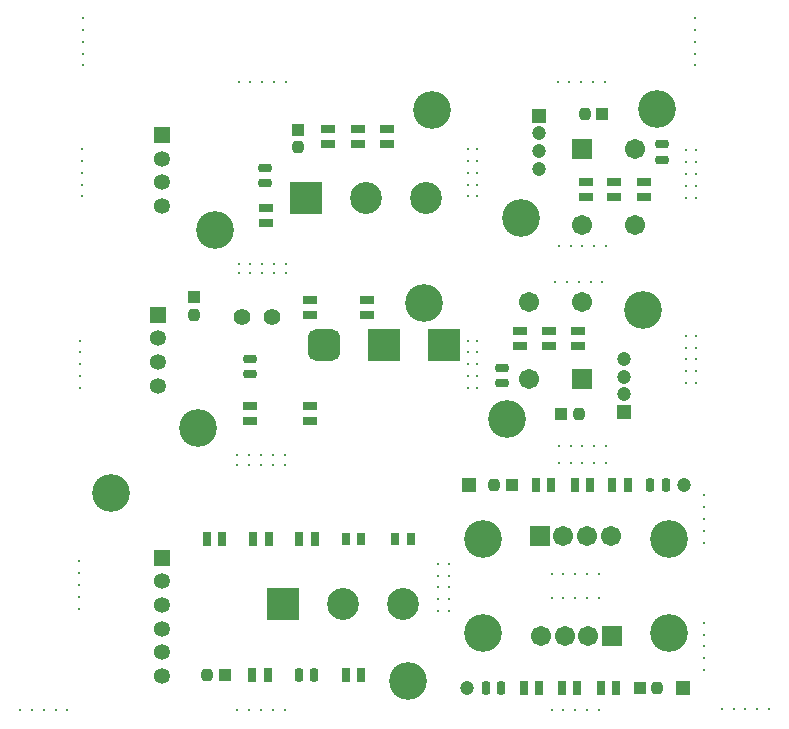
<source format=gts>
G04*
G04 #@! TF.GenerationSoftware,Altium Limited,Altium Designer,20.1.8 (145)*
G04*
G04 Layer_Color=8388736*
%FSLAX25Y25*%
%MOIN*%
G70*
G04*
G04 #@! TF.SameCoordinates,DC3DFF13-D98B-404C-8633-9541E25296ED*
G04*
G04*
G04 #@! TF.FilePolarity,Negative*
G04*
G01*
G75*
%ADD22C,0.04724*%
%ADD23R,0.04724X0.04724*%
%ADD32R,0.04724X0.04724*%
%ADD44R,0.02769X0.04540*%
%ADD45R,0.03950X0.03950*%
G04:AMPARAMS|DCode=46|XSize=39.5mil|YSize=39.5mil|CornerRadius=11.87mil|HoleSize=0mil|Usage=FLASHONLY|Rotation=180.000|XOffset=0mil|YOffset=0mil|HoleType=Round|Shape=RoundedRectangle|*
%AMROUNDEDRECTD46*
21,1,0.03950,0.01575,0,0,180.0*
21,1,0.01575,0.03950,0,0,180.0*
1,1,0.02375,-0.00787,0.00787*
1,1,0.02375,0.00787,0.00787*
1,1,0.02375,0.00787,-0.00787*
1,1,0.02375,-0.00787,-0.00787*
%
%ADD46ROUNDEDRECTD46*%
G04:AMPARAMS|DCode=47|XSize=27.69mil|YSize=45.4mil|CornerRadius=8.92mil|HoleSize=0mil|Usage=FLASHONLY|Rotation=180.000|XOffset=0mil|YOffset=0mil|HoleType=Round|Shape=RoundedRectangle|*
%AMROUNDEDRECTD47*
21,1,0.02769,0.02756,0,0,180.0*
21,1,0.00984,0.04540,0,0,180.0*
1,1,0.01784,-0.00492,0.01378*
1,1,0.01784,0.00492,0.01378*
1,1,0.01784,0.00492,-0.01378*
1,1,0.01784,-0.00492,-0.01378*
%
%ADD47ROUNDEDRECTD47*%
%ADD48R,0.04540X0.02769*%
G04:AMPARAMS|DCode=49|XSize=27.69mil|YSize=45.4mil|CornerRadius=8.92mil|HoleSize=0mil|Usage=FLASHONLY|Rotation=90.000|XOffset=0mil|YOffset=0mil|HoleType=Round|Shape=RoundedRectangle|*
%AMROUNDEDRECTD49*
21,1,0.02769,0.02756,0,0,90.0*
21,1,0.00984,0.04540,0,0,90.0*
1,1,0.01784,0.01378,0.00492*
1,1,0.01784,0.01378,-0.00492*
1,1,0.01784,-0.01378,-0.00492*
1,1,0.01784,-0.01378,0.00492*
%
%ADD49ROUNDEDRECTD49*%
G04:AMPARAMS|DCode=50|XSize=39.5mil|YSize=39.5mil|CornerRadius=11.87mil|HoleSize=0mil|Usage=FLASHONLY|Rotation=90.000|XOffset=0mil|YOffset=0mil|HoleType=Round|Shape=RoundedRectangle|*
%AMROUNDEDRECTD50*
21,1,0.03950,0.01575,0,0,90.0*
21,1,0.01575,0.03950,0,0,90.0*
1,1,0.02375,0.00787,0.00787*
1,1,0.02375,0.00787,-0.00787*
1,1,0.02375,-0.00787,-0.00787*
1,1,0.02375,-0.00787,0.00787*
%
%ADD50ROUNDEDRECTD50*%
%ADD51R,0.03950X0.03950*%
%ADD52R,0.02769X0.04343*%
%ADD53C,0.00800*%
%ADD54C,0.00922*%
%ADD55C,0.06706*%
%ADD56R,0.06706X0.06706*%
%ADD57C,0.12611*%
%ADD58R,0.05328X0.05328*%
%ADD59C,0.05328*%
%ADD60R,0.10642X0.10642*%
%ADD61C,0.10642*%
%ADD62R,0.06706X0.06706*%
G04:AMPARAMS|DCode=63|XSize=106.42mil|YSize=106.42mil|CornerRadius=28.61mil|HoleSize=0mil|Usage=FLASHONLY|Rotation=270.000|XOffset=0mil|YOffset=0mil|HoleType=Round|Shape=RoundedRectangle|*
%AMROUNDEDRECTD63*
21,1,0.10642,0.04921,0,0,270.0*
21,1,0.04921,0.10642,0,0,270.0*
1,1,0.05721,-0.02461,-0.02461*
1,1,0.05721,-0.02461,0.02461*
1,1,0.05721,0.02461,0.02461*
1,1,0.05721,0.02461,-0.02461*
%
%ADD63ROUNDEDRECTD63*%
%ADD64C,0.05524*%
D22*
X152252Y29921D02*
D03*
X224520Y97638D02*
D03*
X176164Y214764D02*
D03*
Y208858D02*
D03*
Y202953D02*
D03*
X204544Y127756D02*
D03*
Y133661D02*
D03*
Y139567D02*
D03*
D23*
X224126Y29921D02*
D03*
X152646Y97638D02*
D03*
D32*
X176164Y220669D02*
D03*
X204544Y121850D02*
D03*
D44*
X188779Y29921D02*
D03*
X183661D02*
D03*
X201772D02*
D03*
X196654D02*
D03*
X176181D02*
D03*
X171063D02*
D03*
X187992Y97638D02*
D03*
X193110D02*
D03*
X175000D02*
D03*
X180118D02*
D03*
X200590D02*
D03*
X205709D02*
D03*
X70588Y79528D02*
D03*
X65469D02*
D03*
X111614Y34252D02*
D03*
X116732D02*
D03*
X101351Y79528D02*
D03*
X96233D02*
D03*
X85969D02*
D03*
X80851D02*
D03*
X80512Y34252D02*
D03*
X85630D02*
D03*
D45*
X209646Y29921D02*
D03*
X167126Y97638D02*
D03*
X197244Y221260D02*
D03*
X183465Y121260D02*
D03*
X71457Y34252D02*
D03*
D46*
X215551Y29921D02*
D03*
X161220Y97638D02*
D03*
X191339Y221260D02*
D03*
X189370Y121260D02*
D03*
X65551Y34252D02*
D03*
D47*
X158465Y29921D02*
D03*
X163583D02*
D03*
X218307Y97638D02*
D03*
X213189D02*
D03*
X101219Y34252D02*
D03*
X96101D02*
D03*
D48*
X115617Y211221D02*
D03*
Y216339D02*
D03*
X125591Y211221D02*
D03*
Y216339D02*
D03*
X105643D02*
D03*
Y211221D02*
D03*
X85039Y189961D02*
D03*
Y184843D02*
D03*
X191732Y193504D02*
D03*
Y198622D02*
D03*
X201181Y198622D02*
D03*
Y193504D02*
D03*
X211024Y198622D02*
D03*
Y193504D02*
D03*
X188976Y149016D02*
D03*
Y143898D02*
D03*
X179527Y143898D02*
D03*
Y149016D02*
D03*
X169685Y143898D02*
D03*
Y149016D02*
D03*
X99606Y159252D02*
D03*
Y154134D02*
D03*
X118898Y159252D02*
D03*
Y154134D02*
D03*
X79921Y118701D02*
D03*
Y123819D02*
D03*
X99606Y123819D02*
D03*
Y118701D02*
D03*
D49*
X84859Y198031D02*
D03*
Y203150D02*
D03*
X216929Y205922D02*
D03*
Y211040D02*
D03*
X163779Y136597D02*
D03*
Y131479D02*
D03*
X79921Y134449D02*
D03*
Y139567D02*
D03*
D50*
X95669Y210039D02*
D03*
X60942Y154134D02*
D03*
D51*
X95669Y215945D02*
D03*
X60942Y160039D02*
D03*
D52*
X111614Y79528D02*
D03*
X116732D02*
D03*
X133268D02*
D03*
X128150D02*
D03*
D53*
X24016Y253150D02*
D03*
X252756Y22835D02*
D03*
X18898Y22441D02*
D03*
X196063Y67716D02*
D03*
Y59842D02*
D03*
X180315Y22441D02*
D03*
X231102Y51575D02*
D03*
Y94095D02*
D03*
X146063Y71260D02*
D03*
X198425Y104724D02*
D03*
X228346Y147244D02*
D03*
X225197D02*
D03*
X198425Y110630D02*
D03*
X181496Y165354D02*
D03*
X155512Y145669D02*
D03*
X182283Y231890D02*
D03*
X225197Y209055D02*
D03*
X228346D02*
D03*
X198425Y177165D02*
D03*
X155512Y209449D02*
D03*
X227953Y253150D02*
D03*
X152362Y209449D02*
D03*
X23622Y193701D02*
D03*
X75984Y231890D02*
D03*
Y168110D02*
D03*
X91732Y171260D02*
D03*
X152362Y145669D02*
D03*
X23228Y129921D02*
D03*
X91339Y107480D02*
D03*
X22835Y56299D02*
D03*
X91339Y22441D02*
D03*
X142520Y71260D02*
D03*
X75590Y104331D02*
D03*
D54*
X24016Y241339D02*
D03*
Y237402D02*
D03*
Y245276D02*
D03*
Y249213D02*
D03*
X240945Y22835D02*
D03*
X237008D02*
D03*
X244882D02*
D03*
X248819D02*
D03*
X7087Y22441D02*
D03*
X3150D02*
D03*
X11024D02*
D03*
X14961D02*
D03*
X192126Y67716D02*
D03*
X188189D02*
D03*
X180315D02*
D03*
X184252D02*
D03*
X192126Y59842D02*
D03*
X188189D02*
D03*
X180315D02*
D03*
X184252D02*
D03*
X192126Y22441D02*
D03*
X196063D02*
D03*
X188189D02*
D03*
X184252D02*
D03*
X231102Y47638D02*
D03*
Y43701D02*
D03*
Y35827D02*
D03*
Y39764D02*
D03*
Y82284D02*
D03*
Y78347D02*
D03*
Y86221D02*
D03*
Y90158D02*
D03*
X146063Y59449D02*
D03*
Y55512D02*
D03*
Y63386D02*
D03*
Y67323D02*
D03*
X186614Y104724D02*
D03*
X182677D02*
D03*
X190551D02*
D03*
X194488D02*
D03*
X228346Y143307D02*
D03*
Y139370D02*
D03*
Y131496D02*
D03*
Y135433D02*
D03*
X225197D02*
D03*
Y131496D02*
D03*
Y139370D02*
D03*
Y143307D02*
D03*
X194488Y110630D02*
D03*
X190551D02*
D03*
X182677D02*
D03*
X186614D02*
D03*
X185433Y165354D02*
D03*
X189370D02*
D03*
X197244D02*
D03*
X193307D02*
D03*
X155512Y133858D02*
D03*
Y129921D02*
D03*
Y137795D02*
D03*
Y141732D02*
D03*
X194095Y231890D02*
D03*
X198031D02*
D03*
X190157D02*
D03*
X186221D02*
D03*
X225197Y205118D02*
D03*
Y201181D02*
D03*
Y193307D02*
D03*
Y197244D02*
D03*
X228346D02*
D03*
Y193307D02*
D03*
Y201181D02*
D03*
Y205118D02*
D03*
X194488Y177165D02*
D03*
X190551D02*
D03*
X182677D02*
D03*
X186614D02*
D03*
X155512Y205512D02*
D03*
Y201575D02*
D03*
Y193701D02*
D03*
Y197638D02*
D03*
X227953Y241339D02*
D03*
Y237402D02*
D03*
Y245276D02*
D03*
Y249213D02*
D03*
X152362Y197638D02*
D03*
Y193701D02*
D03*
Y201575D02*
D03*
Y205512D02*
D03*
X23622D02*
D03*
Y209449D02*
D03*
Y201575D02*
D03*
Y197638D02*
D03*
X79921Y231890D02*
D03*
X83858D02*
D03*
X91732D02*
D03*
X87795D02*
D03*
X79921Y168110D02*
D03*
X83858D02*
D03*
X91732D02*
D03*
X87795D02*
D03*
X79921Y171260D02*
D03*
X75984D02*
D03*
X83858D02*
D03*
X87795D02*
D03*
X152362Y133858D02*
D03*
Y129921D02*
D03*
Y137795D02*
D03*
Y141732D02*
D03*
X23228Y133858D02*
D03*
Y137795D02*
D03*
Y145669D02*
D03*
Y141732D02*
D03*
X87402Y107480D02*
D03*
X83464D02*
D03*
X75590D02*
D03*
X79527D02*
D03*
X22835Y68110D02*
D03*
Y72047D02*
D03*
Y64173D02*
D03*
Y60236D02*
D03*
X87402Y22441D02*
D03*
X83464D02*
D03*
X75590D02*
D03*
X79527D02*
D03*
X142520Y67323D02*
D03*
Y63386D02*
D03*
Y55512D02*
D03*
Y59449D02*
D03*
X87402Y104331D02*
D03*
X91339D02*
D03*
X83464D02*
D03*
X79527D02*
D03*
D55*
X176772Y47047D02*
D03*
X192520D02*
D03*
X184646D02*
D03*
X200000Y80512D02*
D03*
X184252D02*
D03*
X192126D02*
D03*
X208071Y209646D02*
D03*
Y184055D02*
D03*
X190354D02*
D03*
X172638Y132874D02*
D03*
Y158465D02*
D03*
X190354D02*
D03*
D56*
X200394Y47047D02*
D03*
X176378Y80512D02*
D03*
D57*
X219291Y48031D02*
D03*
X157480D02*
D03*
X157480Y79527D02*
D03*
X219291D02*
D03*
X140476Y222370D02*
D03*
X68110Y182677D02*
D03*
X170079Y186614D02*
D03*
X215354Y222835D02*
D03*
X210630Y155905D02*
D03*
X165354Y119685D02*
D03*
X33465Y94882D02*
D03*
X132283Y32283D02*
D03*
X62579Y116595D02*
D03*
X137795Y158268D02*
D03*
D58*
X50394Y214224D02*
D03*
Y73307D02*
D03*
X49213Y154331D02*
D03*
D59*
X50394Y206323D02*
D03*
Y198425D02*
D03*
Y190524D02*
D03*
Y33807D02*
D03*
Y41709D02*
D03*
Y49606D02*
D03*
Y57508D02*
D03*
Y65405D02*
D03*
X49213Y146429D02*
D03*
Y138531D02*
D03*
Y130630D02*
D03*
D60*
X98504Y193290D02*
D03*
X90630Y57874D02*
D03*
X124336Y144095D02*
D03*
X144336D02*
D03*
D61*
X118504Y193290D02*
D03*
X138504D02*
D03*
X130630Y57874D02*
D03*
X110630D02*
D03*
D62*
X190354Y209646D02*
D03*
X190354Y132874D02*
D03*
D63*
X104336Y144095D02*
D03*
D64*
X87165Y153543D02*
D03*
X77165D02*
D03*
M02*

</source>
